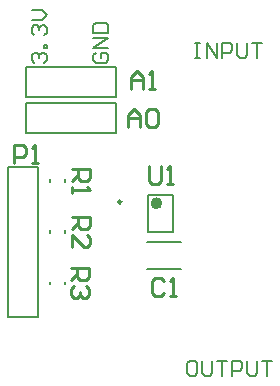
<source format=gbr>
%TF.GenerationSoftware,Altium Limited,Altium Designer,23.10.1 (27)*%
G04 Layer_Color=65535*
%FSLAX45Y45*%
%MOMM*%
%TF.SameCoordinates,AAB5F705-4A64-4C07-BC12-B6E9AAE413D5*%
%TF.FilePolarity,Positive*%
%TF.FileFunction,Legend,Top*%
%TF.Part,Single*%
G01*
G75*
%TA.AperFunction,NonConductor*%
%ADD20C,0.50000*%
%ADD21C,0.25000*%
%ADD22C,0.20000*%
%ADD23C,0.25400*%
D20*
X14211501Y4557900D02*
G03*
X14211501Y4557900I-25000J0D01*
G01*
D21*
X13889000Y4570400D02*
G03*
X13889000Y4570400I-12500J0D01*
G01*
D22*
X14103590Y4001990D02*
X14395210D01*
X14103590Y4227610D02*
X14395210D01*
X12928600Y4864100D02*
X13182600D01*
Y3594100D02*
Y4864100D01*
X12928600Y3594100D02*
Y4864100D01*
Y3594100D02*
X13182600D01*
X13285201Y3874600D02*
Y3894600D01*
X13410201Y3874600D02*
Y3894600D01*
X13285201Y4308000D02*
Y4328000D01*
X13410201Y4308000D02*
Y4328000D01*
Y4739800D02*
Y4759800D01*
X13285201Y4739800D02*
Y4759800D01*
X14119000Y4315400D02*
Y4625400D01*
Y4315400D02*
X14328999D01*
Y4625400D01*
X14119000D02*
X14328999D01*
X13081000Y5461000D02*
X13842999D01*
Y5715000D01*
X13081000D02*
X13842999D01*
X13081000Y5461000D02*
Y5715000D01*
Y5156200D02*
X13842999D01*
Y5410200D01*
X13081000D02*
X13842999D01*
X13081000Y5156200D02*
Y5410200D01*
X13152980Y5746822D02*
X13131821Y5767982D01*
Y5810301D01*
X13152980Y5831461D01*
X13174139D01*
X13195299Y5810301D01*
Y5789142D01*
Y5810301D01*
X13216460Y5831461D01*
X13237619D01*
X13258778Y5810301D01*
Y5767982D01*
X13237619Y5746822D01*
X13258778Y5873781D02*
X13237619D01*
Y5894940D01*
X13258778D01*
Y5873781D01*
X13152980Y5979580D02*
X13131821Y6000740D01*
Y6043059D01*
X13152980Y6064219D01*
X13174139D01*
X13195299Y6043059D01*
Y6021900D01*
Y6043059D01*
X13216460Y6064219D01*
X13237619D01*
X13258778Y6043059D01*
Y6000740D01*
X13237619Y5979580D01*
X13131821Y6106539D02*
X13216460D01*
X13258778Y6148858D01*
X13216460Y6191178D01*
X13131821D01*
X13673680Y5833561D02*
X13652521Y5812401D01*
Y5770081D01*
X13673680Y5748921D01*
X13758319D01*
X13779478Y5770081D01*
Y5812401D01*
X13758319Y5833561D01*
X13715999D01*
Y5791241D01*
X13779478Y5875880D02*
X13652521D01*
X13779478Y5960520D01*
X13652521D01*
Y6002839D02*
X13779478D01*
Y6066319D01*
X13758319Y6087479D01*
X13673680D01*
X13652521Y6066319D01*
Y6002839D01*
X14511963Y3225779D02*
X14469643D01*
X14448483Y3204620D01*
Y3119980D01*
X14469643Y3098821D01*
X14511963D01*
X14533122Y3119980D01*
Y3204620D01*
X14511963Y3225779D01*
X14575443D02*
Y3119980D01*
X14596602Y3098821D01*
X14638921D01*
X14660081Y3119980D01*
Y3225779D01*
X14702402D02*
X14787041D01*
X14744720D01*
Y3098821D01*
X14829359D02*
Y3225779D01*
X14892839D01*
X14913998Y3204620D01*
Y3162300D01*
X14892839Y3141140D01*
X14829359D01*
X14956319Y3225779D02*
Y3119980D01*
X14977478Y3098821D01*
X15019798D01*
X15040958Y3119980D01*
Y3225779D01*
X15083276D02*
X15167917D01*
X15125597D01*
Y3098821D01*
X14509842Y5918179D02*
X14552162D01*
X14531001D01*
Y5791221D01*
X14509842D01*
X14552162D01*
X14615642D02*
Y5918179D01*
X14700281Y5791221D01*
Y5918179D01*
X14742599Y5791221D02*
Y5918179D01*
X14806081D01*
X14827240Y5897020D01*
Y5854700D01*
X14806081Y5833540D01*
X14742599D01*
X14869559Y5918179D02*
Y5812380D01*
X14890720Y5791221D01*
X14933038D01*
X14954199Y5812380D01*
Y5918179D01*
X14996518D02*
X15081158D01*
X15038838D01*
Y5791221D01*
D23*
X14249400Y3898883D02*
X14224008Y3924275D01*
X14173225D01*
X14147833Y3898883D01*
Y3797317D01*
X14173225Y3771925D01*
X14224008D01*
X14249400Y3797317D01*
X14300185Y3771925D02*
X14350967D01*
X14325575D01*
Y3924275D01*
X14300185Y3898883D01*
X14122433Y4876775D02*
Y4749817D01*
X14147826Y4724425D01*
X14198608D01*
X14224001Y4749817D01*
Y4876775D01*
X14274783Y4724425D02*
X14325568D01*
X14300175D01*
Y4876775D01*
X14274783Y4851383D01*
X13462025Y4013159D02*
X13614375D01*
Y3936983D01*
X13588983Y3911592D01*
X13538200D01*
X13512808Y3936983D01*
Y4013159D01*
Y3962375D02*
X13462025Y3911592D01*
X13588983Y3860808D02*
X13614375Y3835416D01*
Y3784633D01*
X13588983Y3759241D01*
X13563593D01*
X13538200Y3784633D01*
Y3810025D01*
Y3784633D01*
X13512808Y3759241D01*
X13487418D01*
X13462025Y3784633D01*
Y3835416D01*
X13487418Y3860808D01*
X13474725Y4444959D02*
X13627075D01*
Y4368783D01*
X13601683Y4343392D01*
X13550900D01*
X13525508Y4368783D01*
Y4444959D01*
Y4394175D02*
X13474725Y4343392D01*
Y4191041D02*
Y4292608D01*
X13576292Y4191041D01*
X13601683D01*
X13627075Y4216433D01*
Y4267216D01*
X13601683Y4292608D01*
X13474725Y4851367D02*
X13627075D01*
Y4775192D01*
X13601683Y4749800D01*
X13550900D01*
X13525508Y4775192D01*
Y4851367D01*
Y4800583D02*
X13474725Y4749800D01*
Y4699016D02*
Y4648233D01*
Y4673624D01*
X13627075D01*
X13601683Y4699016D01*
X13970033Y5524525D02*
Y5626092D01*
X14020818Y5676875D01*
X14071600Y5626092D01*
Y5524525D01*
Y5600700D01*
X13970033D01*
X14122385Y5524525D02*
X14173167D01*
X14147775D01*
Y5676875D01*
X14122385Y5651483D01*
X13944641Y5207025D02*
Y5308592D01*
X13995425Y5359375D01*
X14046208Y5308592D01*
Y5207025D01*
Y5283200D01*
X13944641D01*
X14096992Y5333983D02*
X14122385Y5359375D01*
X14173167D01*
X14198560Y5333983D01*
Y5232417D01*
X14173167Y5207025D01*
X14122385D01*
X14096992Y5232417D01*
Y5333983D01*
X12979433Y4902225D02*
Y5054575D01*
X13055608D01*
X13081000Y5029183D01*
Y4978400D01*
X13055608Y4953008D01*
X12979433D01*
X13131784Y4902225D02*
X13182567D01*
X13157176D01*
Y5054575D01*
X13131784Y5029183D01*
%TF.MD5,5deb035b49b0cc3084ac8d1cd7a42e48*%
M02*

</source>
